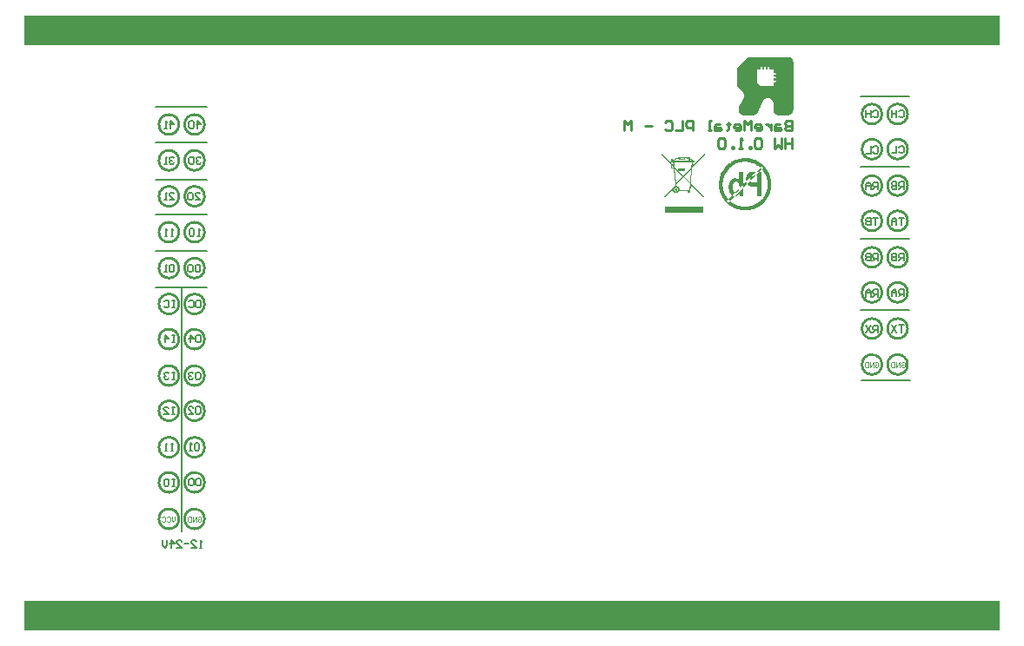
<source format=gbo>
G04*
G04 #@! TF.GenerationSoftware,Altium Limited,Altium Designer,23.1.1 (15)*
G04*
G04 Layer_Color=32896*
%FSLAX25Y25*%
%MOIN*%
G70*
G04*
G04 #@! TF.SameCoordinates,5E512CB6-7A9D-4867-B672-3E4038189C0E*
G04*
G04*
G04 #@! TF.FilePolarity,Positive*
G04*
G01*
G75*
%ADD14C,0.01000*%
%ADD15C,0.00100*%
%ADD21C,0.00709*%
%ADD22R,3.74016X0.11811*%
%ADD125C,0.00472*%
G36*
X276747Y-54788D02*
X277121Y-54803D01*
X277839Y-54893D01*
X278184Y-54953D01*
X278498Y-55028D01*
X278813Y-55103D01*
X279082Y-55163D01*
X279337Y-55237D01*
X279576Y-55312D01*
X279771Y-55387D01*
X279950Y-55447D01*
X280085Y-55492D01*
X280175Y-55537D01*
X280250Y-55552D01*
X280265Y-55567D01*
X280923Y-55881D01*
X281238Y-56061D01*
X281537Y-56240D01*
X281821Y-56420D01*
X282091Y-56600D01*
X282330Y-56779D01*
X282555Y-56944D01*
X282765Y-57109D01*
X282944Y-57258D01*
X283109Y-57393D01*
X283244Y-57513D01*
X283348Y-57603D01*
X283423Y-57678D01*
X283468Y-57722D01*
X283483Y-57737D01*
X283977Y-58261D01*
X284187Y-58531D01*
X284396Y-58815D01*
X284591Y-59085D01*
X284771Y-59339D01*
X284935Y-59594D01*
X285070Y-59848D01*
X285205Y-60073D01*
X285325Y-60282D01*
X285414Y-60462D01*
X285489Y-60612D01*
X285564Y-60746D01*
X285609Y-60851D01*
X285624Y-60911D01*
X285639Y-60926D01*
X285774Y-61270D01*
X285893Y-61615D01*
X285998Y-61959D01*
X286088Y-62303D01*
X286223Y-62947D01*
X286283Y-63261D01*
X286313Y-63546D01*
X286357Y-63815D01*
X286372Y-64070D01*
X286387Y-64279D01*
X286402Y-64459D01*
X286417Y-64609D01*
Y-64728D01*
Y-64788D01*
Y-64818D01*
X286402Y-65192D01*
X286387Y-65567D01*
X286298Y-66285D01*
X286238Y-66629D01*
X286178Y-66944D01*
X286103Y-67258D01*
X286028Y-67528D01*
X285953Y-67782D01*
X285878Y-68022D01*
X285819Y-68216D01*
X285759Y-68396D01*
X285714Y-68531D01*
X285669Y-68621D01*
X285654Y-68695D01*
X285639Y-68710D01*
X285325Y-69369D01*
X285145Y-69683D01*
X284980Y-69983D01*
X284801Y-70267D01*
X284621Y-70537D01*
X284441Y-70776D01*
X284262Y-71001D01*
X284112Y-71210D01*
X283962Y-71390D01*
X283827Y-71555D01*
X283708Y-71689D01*
X283618Y-71794D01*
X283543Y-71869D01*
X283498Y-71914D01*
X283483Y-71929D01*
X282944Y-72423D01*
X282675Y-72632D01*
X282390Y-72842D01*
X282121Y-73037D01*
X281852Y-73216D01*
X281597Y-73381D01*
X281358Y-73516D01*
X281133Y-73650D01*
X280923Y-73770D01*
X280744Y-73860D01*
X280579Y-73935D01*
X280459Y-74010D01*
X280354Y-74055D01*
X280295Y-74070D01*
X280280Y-74085D01*
X279935Y-74219D01*
X279591Y-74339D01*
X279247Y-74444D01*
X278902Y-74519D01*
X278244Y-74668D01*
X277929Y-74713D01*
X277645Y-74758D01*
X277375Y-74788D01*
X277121Y-74803D01*
X276911Y-74818D01*
X276732Y-74833D01*
X276582Y-74848D01*
X276372D01*
X275983Y-74833D01*
X275609Y-74818D01*
X274905Y-74728D01*
X274561Y-74668D01*
X274232Y-74608D01*
X273932Y-74534D01*
X273663Y-74459D01*
X273393Y-74399D01*
X273169Y-74324D01*
X272974Y-74264D01*
X272795Y-74204D01*
X272660Y-74159D01*
X272570Y-74115D01*
X272495Y-74100D01*
X272480Y-74085D01*
X271807Y-73770D01*
X271492Y-73591D01*
X271193Y-73426D01*
X270908Y-73246D01*
X270654Y-73067D01*
X270399Y-72887D01*
X270175Y-72707D01*
X269980Y-72558D01*
X269801Y-72408D01*
X269651Y-72273D01*
X269516Y-72154D01*
X269411Y-72064D01*
X269337Y-71989D01*
X269292Y-71944D01*
X269277Y-71929D01*
X268798Y-71390D01*
X268363Y-70836D01*
X268169Y-70567D01*
X267989Y-70297D01*
X267840Y-70043D01*
X267690Y-69803D01*
X267555Y-69579D01*
X267450Y-69369D01*
X267345Y-69189D01*
X267271Y-69025D01*
X267196Y-68905D01*
X267151Y-68800D01*
X267136Y-68740D01*
X267121Y-68725D01*
X266986Y-68381D01*
X266851Y-68037D01*
X266747Y-67692D01*
X266657Y-67348D01*
X266522Y-66689D01*
X266462Y-66375D01*
X266432Y-66091D01*
X266388Y-65821D01*
X266372Y-65567D01*
X266357Y-65357D01*
X266342Y-65177D01*
X266328Y-65028D01*
Y-64908D01*
Y-64848D01*
Y-64818D01*
X266342Y-64429D01*
X266357Y-64055D01*
X266402Y-63680D01*
X266447Y-63336D01*
X266507Y-62992D01*
X266582Y-62677D01*
X266657Y-62363D01*
X266717Y-62094D01*
X266792Y-61839D01*
X266866Y-61615D01*
X266941Y-61405D01*
X267001Y-61240D01*
X267046Y-61106D01*
X267091Y-61001D01*
X267106Y-60941D01*
X267121Y-60926D01*
X267435Y-60267D01*
X267615Y-59953D01*
X267795Y-59654D01*
X267974Y-59384D01*
X268154Y-59115D01*
X268334Y-58875D01*
X268498Y-58650D01*
X268663Y-58441D01*
X268798Y-58261D01*
X268932Y-58112D01*
X269052Y-57977D01*
X269142Y-57872D01*
X269217Y-57797D01*
X269262Y-57752D01*
X269277Y-57737D01*
X269801Y-57243D01*
X270339Y-56809D01*
X270609Y-56630D01*
X270879Y-56450D01*
X271133Y-56285D01*
X271373Y-56136D01*
X271597Y-56001D01*
X271807Y-55896D01*
X272001Y-55791D01*
X272151Y-55716D01*
X272286Y-55642D01*
X272390Y-55597D01*
X272450Y-55582D01*
X272465Y-55567D01*
X272810Y-55432D01*
X273154Y-55297D01*
X273498Y-55192D01*
X273843Y-55103D01*
X274501Y-54968D01*
X274816Y-54908D01*
X275100Y-54878D01*
X275370Y-54833D01*
X275624Y-54818D01*
X275834Y-54803D01*
X276013Y-54788D01*
X276163Y-54773D01*
X276372D01*
X276747Y-54788D01*
D02*
G37*
G36*
X260827Y-53395D02*
X256118Y-58489D01*
X255643Y-64493D01*
X260673Y-69625D01*
X260390Y-69882D01*
X255605Y-64981D01*
X255502Y-66110D01*
X255489Y-66277D01*
X255477Y-66431D01*
X255464Y-66572D01*
Y-66687D01*
X255451Y-66790D01*
Y-66867D01*
Y-66918D01*
Y-66931D01*
Y-67059D01*
X255438Y-67149D01*
Y-67226D01*
X255425Y-67277D01*
Y-67316D01*
X255413Y-67342D01*
Y-67354D01*
X255400Y-67444D01*
X255374Y-67508D01*
X255348Y-67547D01*
X255335Y-67560D01*
X255284Y-67585D01*
X255246Y-67598D01*
X255220Y-67611D01*
Y-68240D01*
X254399D01*
Y-67611D01*
X251025D01*
X250948Y-67726D01*
X250871Y-67829D01*
X250781Y-67919D01*
X250678Y-67983D01*
X250486Y-68111D01*
X250293Y-68188D01*
X250114Y-68227D01*
X249973Y-68252D01*
X249921Y-68265D01*
X249844D01*
X249639Y-68252D01*
X249459Y-68201D01*
X249305Y-68137D01*
X249164Y-68073D01*
X249049Y-67996D01*
X248959Y-67945D01*
X248908Y-67893D01*
X248895Y-67880D01*
X248754Y-67726D01*
X248651Y-67560D01*
X248587Y-67406D01*
X248536Y-67252D01*
X248510Y-67111D01*
X248484Y-67008D01*
Y-66931D01*
Y-66905D01*
Y-66738D01*
X245533Y-69946D01*
X245200Y-69677D01*
X249549Y-64981D01*
X248959Y-58784D01*
X247830D01*
Y-57116D01*
X247881D01*
X244263Y-53434D01*
Y-52856D01*
X248471Y-57116D01*
X248818D01*
X248754Y-56321D01*
X248651Y-56385D01*
X248549Y-56410D01*
X248471Y-56423D01*
X248446D01*
X248343Y-56410D01*
X248253Y-56398D01*
X248176Y-56359D01*
X248112Y-56321D01*
X248061Y-56295D01*
X248010Y-56256D01*
X247997Y-56244D01*
X247984Y-56231D01*
X247920Y-56154D01*
X247868Y-56077D01*
X247843Y-56000D01*
X247817Y-55936D01*
X247804Y-55871D01*
X247792Y-55820D01*
Y-55795D01*
Y-55782D01*
X247804Y-55692D01*
X247817Y-55602D01*
X247894Y-55461D01*
X247933Y-55410D01*
X247958Y-55371D01*
X247984Y-55358D01*
X247997Y-55345D01*
X248074Y-55281D01*
X248151Y-55230D01*
X248228Y-55204D01*
X248292Y-55179D01*
X248356Y-55166D01*
X248407Y-55153D01*
X248446D01*
X248561Y-55166D01*
X248664Y-55204D01*
X248754Y-55256D01*
X248818Y-55307D01*
X248882Y-55358D01*
X248920Y-55397D01*
X248946Y-55423D01*
X248959Y-55435D01*
X249049Y-55333D01*
X249151Y-55243D01*
X249382Y-55076D01*
X249485Y-55012D01*
X249575Y-54961D01*
X249626Y-54922D01*
X249652Y-54909D01*
X249844Y-54820D01*
X250075Y-54730D01*
X250319Y-54665D01*
X250563Y-54614D01*
X250781Y-54563D01*
X250871Y-54550D01*
X250948Y-54537D01*
X251025Y-54524D01*
X251076Y-54511D01*
X251115D01*
Y-54306D01*
X253398D01*
Y-54447D01*
X253642Y-54473D01*
X253757Y-54486D01*
X253860Y-54499D01*
X253950Y-54511D01*
X254014D01*
X254052Y-54524D01*
X254065D01*
X254283Y-54550D01*
X254386Y-54576D01*
X254463Y-54589D01*
X254540Y-54601D01*
X254591D01*
X254630Y-54614D01*
X254643D01*
Y-54537D01*
X255477D01*
Y-54871D01*
X255682Y-54986D01*
X255862Y-55102D01*
X255990Y-55204D01*
X256093Y-55294D01*
X256170Y-55371D01*
X256221Y-55435D01*
X256246Y-55474D01*
X256259Y-55487D01*
X256311Y-55589D01*
X256362Y-55666D01*
X256388Y-55730D01*
X256413Y-55769D01*
X256426Y-55795D01*
X256439Y-55820D01*
Y-55833D01*
X256939D01*
Y-56346D01*
X256298D01*
X256170Y-57783D01*
X260827Y-52728D01*
Y-53395D01*
D02*
G37*
G36*
X260249Y-75719D02*
X245739D01*
Y-73564D01*
X260249D01*
Y-75719D01*
D02*
G37*
%LPC*%
G36*
X282780Y-57812D02*
X282170Y-58422D01*
X282495Y-58725D01*
X282510Y-58740D01*
X282540Y-58785D01*
X282600Y-58845D01*
X282690Y-58935D01*
X282759Y-59016D01*
X283363Y-58411D01*
X282780Y-57812D01*
D02*
G37*
G36*
X276552Y-56195D02*
X276043D01*
X275714Y-56225D01*
X275100Y-56300D01*
X274801Y-56360D01*
X274516Y-56420D01*
X274262Y-56480D01*
X274022Y-56540D01*
X273798Y-56600D01*
X273603Y-56660D01*
X273423Y-56719D01*
X273274Y-56779D01*
X273169Y-56824D01*
X273079Y-56854D01*
X273019Y-56869D01*
X273004Y-56884D01*
X272435Y-57153D01*
X271911Y-57453D01*
X271672Y-57603D01*
X271432Y-57767D01*
X271238Y-57917D01*
X271043Y-58052D01*
X270864Y-58187D01*
X270714Y-58321D01*
X270579Y-58441D01*
X270474Y-58531D01*
X270385Y-58606D01*
X270310Y-58680D01*
X270280Y-58710D01*
X270265Y-58725D01*
X269861Y-59175D01*
X269486Y-59639D01*
X269187Y-60103D01*
X268917Y-60537D01*
X268813Y-60731D01*
X268708Y-60911D01*
X268633Y-61061D01*
X268558Y-61195D01*
X268513Y-61315D01*
X268468Y-61390D01*
X268438Y-61450D01*
Y-61465D01*
X268319Y-61764D01*
X268214Y-62064D01*
X268034Y-62647D01*
X267914Y-63216D01*
X267869Y-63486D01*
X267840Y-63725D01*
X267810Y-63965D01*
X267780Y-64174D01*
X267765Y-64354D01*
Y-64519D01*
X267750Y-64639D01*
Y-64743D01*
Y-64803D01*
Y-64818D01*
Y-65148D01*
X267780Y-65477D01*
X267854Y-66091D01*
X267914Y-66390D01*
X267974Y-66659D01*
X268034Y-66929D01*
X268094Y-67168D01*
X268154Y-67393D01*
X268214Y-67588D01*
X268274Y-67767D01*
X268334Y-67917D01*
X268378Y-68022D01*
X268408Y-68112D01*
X268423Y-68171D01*
X268438Y-68186D01*
X268708Y-68755D01*
X269007Y-69279D01*
X269157Y-69534D01*
X269307Y-69758D01*
X269456Y-69968D01*
X269606Y-70162D01*
X269741Y-70327D01*
X269861Y-70492D01*
X269973Y-70619D01*
X269367Y-71225D01*
X269965Y-71824D01*
X270572Y-71217D01*
X270714Y-71345D01*
X271178Y-71719D01*
X271642Y-72019D01*
X272061Y-72288D01*
X272256Y-72393D01*
X272435Y-72498D01*
X272600Y-72573D01*
X272735Y-72648D01*
X272854Y-72692D01*
X272929Y-72737D01*
X272989Y-72752D01*
X273004Y-72767D01*
X273304Y-72887D01*
X273603Y-72992D01*
X274202Y-73156D01*
X274771Y-73276D01*
X275040Y-73321D01*
X275280Y-73351D01*
X275519Y-73381D01*
X275729Y-73411D01*
X275908Y-73426D01*
X276073D01*
X276193Y-73441D01*
X276372D01*
X276702Y-73426D01*
X277031Y-73411D01*
X277645Y-73336D01*
X277944Y-73291D01*
X278214Y-73231D01*
X278483Y-73171D01*
X278723Y-73097D01*
X278947Y-73037D01*
X279142Y-72977D01*
X279322Y-72917D01*
X279471Y-72872D01*
X279576Y-72827D01*
X279666Y-72797D01*
X279726Y-72767D01*
X279741D01*
X280310Y-72498D01*
X280834Y-72198D01*
X281088Y-72049D01*
X281313Y-71899D01*
X281522Y-71749D01*
X281717Y-71600D01*
X281881Y-71465D01*
X282046Y-71345D01*
X282181Y-71225D01*
X282286Y-71135D01*
X282375Y-71046D01*
X282435Y-70986D01*
X282480Y-70956D01*
X282495Y-70941D01*
X282914Y-70492D01*
X283274Y-70013D01*
X283588Y-69549D01*
X283857Y-69130D01*
X283962Y-68935D01*
X284067Y-68755D01*
X284142Y-68591D01*
X284217Y-68456D01*
X284262Y-68336D01*
X284307Y-68261D01*
X284321Y-68201D01*
X284336Y-68186D01*
X284456Y-67887D01*
X284546Y-67588D01*
X284711Y-66989D01*
X284830Y-66420D01*
X284875Y-66150D01*
X284905Y-65911D01*
X284935Y-65671D01*
X284965Y-65462D01*
X284980Y-65282D01*
Y-65118D01*
X284995Y-64998D01*
Y-64893D01*
Y-64833D01*
Y-64818D01*
X284980Y-64489D01*
X284965Y-64160D01*
X284890Y-63546D01*
X284845Y-63246D01*
X284786Y-62977D01*
X284726Y-62707D01*
X284666Y-62468D01*
X284606Y-62258D01*
X284546Y-62049D01*
X284486Y-61884D01*
X284441Y-61734D01*
X284396Y-61615D01*
X284366Y-61540D01*
X284336Y-61480D01*
Y-61465D01*
X284067Y-60896D01*
X283768Y-60372D01*
X283618Y-60133D01*
X283453Y-59908D01*
X283304Y-59698D01*
X283169Y-59504D01*
X283019Y-59324D01*
X282899Y-59175D01*
X282780Y-59040D01*
X282759Y-59016D01*
X281749Y-60028D01*
X280564D01*
X278648Y-61944D01*
X278723Y-61884D01*
X278813Y-61824D01*
X278932Y-61764D01*
X279067Y-61704D01*
X279217Y-61674D01*
X279247Y-61659D01*
X279322Y-61645D01*
X279456Y-61629D01*
X279636Y-61615D01*
X280163D01*
X281749Y-60028D01*
X282705D01*
Y-69309D01*
X281118D01*
Y-65776D01*
X279681D01*
X279501Y-65761D01*
X279322D01*
X279172Y-65746D01*
X279037D01*
X278917Y-65731D01*
X278813Y-65716D01*
X278633Y-65701D01*
X278513Y-65686D01*
X278438Y-65671D01*
X278423D01*
X278244Y-65612D01*
X278094Y-65537D01*
X277944Y-65462D01*
X277839Y-65387D01*
X277735Y-65327D01*
X277675Y-65267D01*
X277630Y-65237D01*
X277615Y-65222D01*
X277465Y-65088D01*
X277330Y-64938D01*
X277226Y-64788D01*
X277130Y-64651D01*
X278387Y-63393D01*
X278393Y-63411D01*
X278423Y-63501D01*
X278453Y-63561D01*
X278468Y-63591D01*
X278483Y-63606D01*
X278573Y-63725D01*
X278663Y-63815D01*
X278753Y-63890D01*
X278828Y-63965D01*
X278902Y-64010D01*
X278962Y-64040D01*
X278992Y-64070D01*
X279007D01*
X279067Y-64100D01*
X279127Y-64115D01*
X279307Y-64160D01*
X279516Y-64189D01*
X279726Y-64204D01*
X279935D01*
X280100Y-64219D01*
X281118D01*
Y-61615D01*
X280163D01*
X278387Y-63393D01*
X278363Y-63321D01*
X278348Y-63201D01*
X278319Y-63052D01*
Y-62902D01*
Y-62887D01*
Y-62827D01*
X278333Y-62737D01*
X278348Y-62633D01*
X278378Y-62498D01*
X278408Y-62363D01*
X278468Y-62198D01*
X278543Y-62049D01*
X276795Y-63797D01*
X276762Y-63621D01*
X276732Y-63381D01*
X276717Y-63186D01*
X276702Y-63022D01*
Y-62962D01*
Y-62917D01*
Y-62887D01*
Y-62872D01*
X276717Y-62483D01*
X276762Y-62138D01*
X276836Y-61824D01*
X276911Y-61570D01*
X277001Y-61360D01*
X277031Y-61270D01*
X277061Y-61195D01*
X277091Y-61136D01*
X277121Y-61091D01*
X277136Y-61076D01*
Y-61061D01*
X277301Y-60821D01*
X277480Y-60641D01*
X277675Y-60477D01*
X277854Y-60357D01*
X278019Y-60267D01*
X278139Y-60207D01*
X278229Y-60177D01*
X278244Y-60163D01*
X278259D01*
X278348Y-60133D01*
X278453Y-60118D01*
X278588Y-60103D01*
X278738Y-60088D01*
X279037Y-60058D01*
X279366Y-60043D01*
X279666Y-60028D01*
X280564D01*
X282170Y-58422D01*
X282046Y-58306D01*
X281567Y-57947D01*
X281103Y-57633D01*
X280684Y-57363D01*
X280489Y-57258D01*
X280310Y-57153D01*
X280145Y-57079D01*
X280010Y-57004D01*
X279890Y-56959D01*
X279816Y-56914D01*
X279756Y-56884D01*
X279741D01*
X279441Y-56764D01*
X279142Y-56660D01*
X278543Y-56480D01*
X277974Y-56360D01*
X277705Y-56315D01*
X277465Y-56285D01*
X277226Y-56255D01*
X277016Y-56225D01*
X276836Y-56210D01*
X276672D01*
X276552Y-56195D01*
D02*
G37*
%LPD*%
G36*
X275639Y-64953D02*
X276795Y-63797D01*
X276807Y-63860D01*
X276867Y-64100D01*
X276956Y-64324D01*
X276971Y-64354D01*
X277001Y-64414D01*
X277061Y-64519D01*
X277121Y-64639D01*
X277130Y-64651D01*
X275639Y-66144D01*
Y-69309D01*
X274247D01*
Y-68321D01*
X274097Y-68516D01*
X273947Y-68695D01*
X273813Y-68845D01*
X273693Y-68965D01*
X273588Y-69055D01*
X273498Y-69115D01*
X273438Y-69160D01*
X273423Y-69174D01*
X273244Y-69279D01*
X273064Y-69354D01*
X272899Y-69399D01*
X272750Y-69429D01*
X272615Y-69459D01*
X272525Y-69474D01*
X272313D01*
X270572Y-71217D01*
X270265Y-70941D01*
X270250Y-70926D01*
X270220Y-70881D01*
X270160Y-70821D01*
X270070Y-70731D01*
X269980Y-70626D01*
X269973Y-70619D01*
X271445Y-69147D01*
X271507Y-69189D01*
X271792Y-69339D01*
X271941Y-69399D01*
X272091Y-69444D01*
X272271Y-69474D01*
X272313D01*
X275639Y-66144D01*
Y-64953D01*
X274130Y-66462D01*
X274112Y-66615D01*
X274067Y-66884D01*
X273992Y-67138D01*
X273887Y-67363D01*
Y-67378D01*
X273872Y-67393D01*
X273813Y-67483D01*
X273738Y-67588D01*
X273618Y-67722D01*
X273468Y-67857D01*
X273274Y-67962D01*
X273064Y-68037D01*
X272944Y-68052D01*
X272795D01*
X272735Y-68037D01*
X272645Y-68022D01*
X272587Y-68005D01*
X274130Y-66462D01*
X274142Y-66360D01*
X274172Y-66136D01*
Y-66031D01*
X274187Y-65941D01*
Y-65881D01*
Y-65821D01*
Y-65791D01*
Y-65776D01*
X274172Y-65432D01*
X274127Y-65132D01*
X274052Y-64878D01*
X273977Y-64669D01*
X273902Y-64504D01*
X273828Y-64384D01*
X273783Y-64324D01*
X273768Y-64294D01*
X273648Y-64144D01*
X273513Y-64025D01*
X273363Y-63950D01*
X273214Y-63890D01*
X273079Y-63860D01*
X272974Y-63830D01*
X272869D01*
X272675Y-63845D01*
X272495Y-63905D01*
X272345Y-63980D01*
X272226Y-64055D01*
X272121Y-64144D01*
X272061Y-64219D01*
X272016Y-64279D01*
X272001Y-64294D01*
X271926Y-64399D01*
X271866Y-64504D01*
X271777Y-64758D01*
X271702Y-65043D01*
X271657Y-65312D01*
X271627Y-65567D01*
Y-65686D01*
X271612Y-65776D01*
Y-65851D01*
Y-65926D01*
Y-65956D01*
Y-65971D01*
X271627Y-66180D01*
X271642Y-66375D01*
X271657Y-66540D01*
X271687Y-66704D01*
X271717Y-66854D01*
X271747Y-66974D01*
X271822Y-67198D01*
X271881Y-67363D01*
X271941Y-67468D01*
X271986Y-67543D01*
X272001Y-67558D01*
X272136Y-67722D01*
X272271Y-67842D01*
X272405Y-67932D01*
X272540Y-67992D01*
X272587Y-68005D01*
X271445Y-69147D01*
X271268Y-69025D01*
X271058Y-68845D01*
X270908Y-68695D01*
X270864Y-68635D01*
X270819Y-68591D01*
X270804Y-68561D01*
X270789Y-68546D01*
X270669Y-68366D01*
X270549Y-68156D01*
X270385Y-67737D01*
X270250Y-67288D01*
X270175Y-66854D01*
X270145Y-66659D01*
X270115Y-66480D01*
X270100Y-66315D01*
Y-66166D01*
X270085Y-66046D01*
Y-65956D01*
Y-65896D01*
Y-65881D01*
Y-65567D01*
X270115Y-65282D01*
X270145Y-65013D01*
X270190Y-64758D01*
X270235Y-64534D01*
X270295Y-64324D01*
X270355Y-64130D01*
X270414Y-63965D01*
X270489Y-63800D01*
X270549Y-63680D01*
X270609Y-63561D01*
X270654Y-63471D01*
X270699Y-63396D01*
X270729Y-63351D01*
X270744Y-63321D01*
X270759Y-63306D01*
X270879Y-63156D01*
X271013Y-63022D01*
X271163Y-62902D01*
X271298Y-62797D01*
X271447Y-62722D01*
X271582Y-62647D01*
X271851Y-62543D01*
X272091Y-62483D01*
X272196Y-62468D01*
X272286Y-62453D01*
X272360Y-62438D01*
X272645D01*
X272810Y-62468D01*
X272974Y-62513D01*
X273124Y-62573D01*
X273408Y-62722D01*
X273648Y-62887D01*
X273857Y-63067D01*
X274007Y-63216D01*
X274052Y-63276D01*
X274097Y-63321D01*
X274112Y-63351D01*
X274127Y-63366D01*
Y-60028D01*
X275639D01*
Y-64953D01*
D02*
G37*
%LPC*%
G36*
X252975Y-54678D02*
X251512D01*
Y-55038D01*
X252975D01*
Y-54678D01*
D02*
G37*
G36*
X253526Y-54922D02*
X253398D01*
Y-55384D01*
X251115D01*
Y-54961D01*
X250896Y-54999D01*
X250704Y-55038D01*
X250537Y-55076D01*
X250396Y-55115D01*
X250293Y-55140D01*
X250203Y-55166D01*
X250152Y-55179D01*
X250139Y-55191D01*
X249998Y-55243D01*
X249883Y-55281D01*
X249793Y-55333D01*
X249703Y-55371D01*
X249639Y-55397D01*
X249601Y-55423D01*
X249575Y-55448D01*
X249562D01*
X249485Y-55500D01*
X249434Y-55538D01*
X249344Y-55615D01*
X249305Y-55666D01*
X249293Y-55679D01*
X249241Y-55743D01*
X249216Y-55795D01*
X249190Y-55820D01*
Y-55833D01*
X254643D01*
Y-55076D01*
X254450Y-55025D01*
X254232Y-54986D01*
X254027Y-54961D01*
X253834Y-54948D01*
X253655Y-54935D01*
X253526Y-54922D01*
D02*
G37*
G36*
X255489Y-55384D02*
X255477D01*
Y-55833D01*
X255926D01*
X255913Y-55782D01*
X255874Y-55718D01*
X255849Y-55679D01*
X255836Y-55653D01*
X255797Y-55602D01*
X255746Y-55551D01*
X255618Y-55474D01*
X255567Y-55435D01*
X255515Y-55410D01*
X255489Y-55384D01*
D02*
G37*
G36*
X248253Y-57501D02*
Y-58412D01*
X248908D01*
Y-58181D01*
X248253Y-57501D01*
D02*
G37*
G36*
X255862Y-56346D02*
X249164D01*
X249216Y-57116D01*
X249447D01*
Y-58155D01*
X250601Y-59310D01*
Y-58758D01*
X253437D01*
Y-59708D01*
X250948D01*
X252731Y-61530D01*
X255695Y-58322D01*
X255862Y-56346D01*
D02*
G37*
G36*
X255643Y-59002D02*
X253013Y-61812D01*
X255220Y-64044D01*
X255643Y-59002D01*
D02*
G37*
G36*
X249447Y-58720D02*
Y-58784D01*
X249408D01*
X249896Y-64583D01*
X252474Y-61812D01*
X249447Y-58720D01*
D02*
G37*
G36*
X252757Y-62094D02*
X249947Y-65148D01*
X249985Y-65571D01*
X250178Y-65597D01*
X250358Y-65661D01*
X250512Y-65725D01*
X250640Y-65789D01*
X250742Y-65866D01*
X250819Y-65930D01*
X250871Y-65969D01*
X250884Y-65982D01*
X250999Y-66123D01*
X251089Y-66277D01*
X251140Y-66431D01*
X251191Y-66572D01*
X251217Y-66713D01*
X251230Y-66816D01*
Y-66880D01*
Y-66892D01*
Y-66905D01*
Y-66982D01*
Y-67008D01*
Y-67021D01*
X251217Y-67085D01*
Y-67111D01*
Y-67123D01*
X254963D01*
X255156Y-64583D01*
X252757Y-62094D01*
D02*
G37*
G36*
X249896Y-66161D02*
X249844D01*
X249742Y-66174D01*
X249639Y-66200D01*
X249562Y-66225D01*
X249485Y-66264D01*
X249421Y-66315D01*
X249382Y-66341D01*
X249357Y-66366D01*
X249344Y-66379D01*
X249267Y-66469D01*
X249216Y-66559D01*
X249177Y-66636D01*
X249151Y-66726D01*
X249139Y-66790D01*
X249126Y-66854D01*
Y-66892D01*
Y-66905D01*
X249139Y-67021D01*
X249164Y-67123D01*
X249190Y-67213D01*
X249229Y-67290D01*
X249280Y-67354D01*
X249305Y-67406D01*
X249331Y-67431D01*
X249344Y-67444D01*
X249421Y-67521D01*
X249511Y-67572D01*
X249588Y-67611D01*
X249665Y-67637D01*
X249742Y-67650D01*
X249793Y-67662D01*
X249844D01*
X249960Y-67650D01*
X250062Y-67624D01*
X250152Y-67598D01*
X250229Y-67547D01*
X250293Y-67508D01*
X250345Y-67483D01*
X250370Y-67457D01*
X250383Y-67444D01*
X250460Y-67354D01*
X250512Y-67265D01*
X250550Y-67175D01*
X250576Y-67085D01*
X250588Y-67021D01*
X250601Y-66957D01*
Y-66918D01*
Y-66905D01*
X250588Y-66790D01*
X250563Y-66687D01*
X250524Y-66597D01*
X250486Y-66520D01*
X250447Y-66469D01*
X250409Y-66418D01*
X250383Y-66392D01*
X250370Y-66379D01*
X250280Y-66302D01*
X250191Y-66251D01*
X250101Y-66212D01*
X250011Y-66187D01*
X249947Y-66174D01*
X249896Y-66161D01*
D02*
G37*
%LPD*%
G36*
X249985Y-66482D02*
X250088Y-66520D01*
X250165Y-66572D01*
X250178Y-66585D01*
X250191Y-66597D01*
X250242Y-66649D01*
X250280Y-66700D01*
X250319Y-66803D01*
X250345Y-66880D01*
Y-66892D01*
Y-66905D01*
X250332Y-66970D01*
X250319Y-67046D01*
X250268Y-67149D01*
X250216Y-67226D01*
X250191Y-67239D01*
Y-67252D01*
X250127Y-67303D01*
X250075Y-67342D01*
X249960Y-67380D01*
X249870Y-67406D01*
X249844D01*
X249703Y-67367D01*
X249588Y-67303D01*
X249511Y-67226D01*
X249459Y-67136D01*
X249434Y-67046D01*
X249408Y-66970D01*
Y-66918D01*
Y-66905D01*
X249434Y-66777D01*
X249472Y-66687D01*
X249511Y-66623D01*
X249536Y-66597D01*
X249588Y-66546D01*
X249639Y-66520D01*
X249742Y-66469D01*
X249819Y-66456D01*
X249908D01*
X249985Y-66482D01*
D02*
G37*
D14*
X338671Y-120235D02*
G03*
X338671Y-120235I-3828J0D01*
G01*
Y-134077D02*
G03*
X338671Y-134077I-3828J0D01*
G01*
X328829D02*
G03*
X328829Y-134077I-3828J0D01*
G01*
Y-120235D02*
G03*
X328829Y-120235I-3828J0D01*
G01*
Y-106394D02*
G03*
X328829Y-106394I-3828J0D01*
G01*
X338671D02*
G03*
X338671Y-106394I-3828J0D01*
G01*
X328829Y-92894D02*
G03*
X328829Y-92894I-3828J0D01*
G01*
X338671D02*
G03*
X338671Y-92894I-3828J0D01*
G01*
X328829Y-78894D02*
G03*
X328829Y-78894I-3828J0D01*
G01*
X338671D02*
G03*
X338671Y-78894I-3828J0D01*
G01*
X328829Y-65394D02*
G03*
X328829Y-65394I-3828J0D01*
G01*
X338671D02*
G03*
X338671Y-65394I-3828J0D01*
G01*
X328829Y-51394D02*
G03*
X328829Y-51394I-3828J0D01*
G01*
X338671D02*
G03*
X338671Y-51394I-3828J0D01*
G01*
Y-37894D02*
G03*
X338671Y-37894I-3828J0D01*
G01*
X328829D02*
G03*
X328829Y-37894I-3828J0D01*
G01*
X59242Y-41929D02*
G03*
X59242Y-41929I-3828J0D01*
G01*
X69084D02*
G03*
X69084Y-41929I-3828J0D01*
G01*
X59242Y-55709D02*
G03*
X59242Y-55709I-3828J0D01*
G01*
X69084D02*
G03*
X69084Y-55709I-3828J0D01*
G01*
X59242Y-69488D02*
G03*
X59242Y-69488I-3828J0D01*
G01*
X69084D02*
G03*
X69084Y-69488I-3828J0D01*
G01*
X59242Y-83268D02*
G03*
X59242Y-83268I-3828J0D01*
G01*
X69084D02*
G03*
X69084Y-83268I-3828J0D01*
G01*
X59242Y-97047D02*
G03*
X59242Y-97047I-3828J0D01*
G01*
X69084D02*
G03*
X69084Y-97047I-3828J0D01*
G01*
X59242Y-110827D02*
G03*
X59242Y-110827I-3828J0D01*
G01*
X69084D02*
G03*
X69084Y-110827I-3828J0D01*
G01*
Y-124327D02*
G03*
X69084Y-124327I-3828J0D01*
G01*
X59242D02*
G03*
X59242Y-124327I-3828J0D01*
G01*
X69084Y-138327D02*
G03*
X69084Y-138327I-3828J0D01*
G01*
X59242D02*
G03*
X59242Y-138327I-3828J0D01*
G01*
X69084Y-151827D02*
G03*
X69084Y-151827I-3828J0D01*
G01*
X59242D02*
G03*
X59242Y-151827I-3828J0D01*
G01*
X69084Y-165827D02*
G03*
X69084Y-165827I-3828J0D01*
G01*
X59242D02*
G03*
X59242Y-165827I-3828J0D01*
G01*
X69084Y-179327D02*
G03*
X69084Y-179327I-3828J0D01*
G01*
X59242D02*
G03*
X59242Y-179327I-3828J0D01*
G01*
X69084Y-193327D02*
G03*
X69084Y-193327I-3828J0D01*
G01*
X59242D02*
G03*
X59242Y-193327I-3828J0D01*
G01*
X294291Y-40356D02*
Y-44291D01*
X292323D01*
X291668Y-43635D01*
Y-42979D01*
X292323Y-42323D01*
X294291D01*
X292323D01*
X291668Y-41668D01*
Y-41012D01*
X292323Y-40356D01*
X294291D01*
X289700Y-41668D02*
X288388D01*
X287732Y-42323D01*
Y-44291D01*
X289700D01*
X290356Y-43635D01*
X289700Y-42979D01*
X287732D01*
X286420Y-41668D02*
Y-44291D01*
Y-42979D01*
X285764Y-42323D01*
X285108Y-41668D01*
X284452D01*
X280516Y-44291D02*
X281828D01*
X282484Y-43635D01*
Y-42323D01*
X281828Y-41668D01*
X280516D01*
X279860Y-42323D01*
Y-42979D01*
X282484D01*
X278548Y-44291D02*
Y-40356D01*
X277237Y-41668D01*
X275925Y-40356D01*
Y-44291D01*
X272645D02*
X273957D01*
X274613Y-43635D01*
Y-42323D01*
X273957Y-41668D01*
X272645D01*
X271989Y-42323D01*
Y-42979D01*
X274613D01*
X270021Y-41012D02*
Y-41668D01*
X270677D01*
X269365D01*
X270021D01*
Y-43635D01*
X269365Y-44291D01*
X266741Y-41668D02*
X265429D01*
X264773Y-42323D01*
Y-44291D01*
X266741D01*
X267397Y-43635D01*
X266741Y-42979D01*
X264773D01*
X263461Y-44291D02*
X262150D01*
X262805D01*
Y-40356D01*
X263461D01*
X256246Y-44291D02*
Y-40356D01*
X254278D01*
X253622Y-41012D01*
Y-42323D01*
X254278Y-42979D01*
X256246D01*
X252310Y-40356D02*
Y-44291D01*
X249686D01*
X245751Y-41012D02*
X246407Y-40356D01*
X247718D01*
X248374Y-41012D01*
Y-43635D01*
X247718Y-44291D01*
X246407D01*
X245751Y-43635D01*
X240503Y-42323D02*
X237879D01*
X232631Y-44291D02*
Y-40356D01*
X231319Y-41668D01*
X230008Y-40356D01*
Y-44291D01*
X294291Y-47245D02*
Y-51181D01*
Y-49213D01*
X291668D01*
Y-47245D01*
Y-51181D01*
X290356Y-47245D02*
Y-51181D01*
X289044Y-49869D01*
X287732Y-51181D01*
Y-47245D01*
X282484Y-47901D02*
X281828Y-47245D01*
X280516D01*
X279860Y-47901D01*
Y-50525D01*
X280516Y-51181D01*
X281828D01*
X282484Y-50525D01*
Y-47901D01*
X278548Y-51181D02*
Y-50525D01*
X277892D01*
Y-51181D01*
X278548D01*
X275269D02*
X273957D01*
X274613D01*
Y-47245D01*
X275269Y-47901D01*
X271989Y-51181D02*
Y-50525D01*
X271333D01*
Y-51181D01*
X271989D01*
X268709Y-47901D02*
X268053Y-47245D01*
X266741D01*
X266085Y-47901D01*
Y-50525D01*
X266741Y-51181D01*
X268053D01*
X268709Y-50525D01*
Y-47901D01*
D15*
X275051Y-33165D02*
X282651D01*
X274951Y-33265D02*
X282651D01*
X274951Y-33365D02*
X282551D01*
X274851Y-33465D02*
X282551D01*
X274851Y-33565D02*
X282451D01*
X274751Y-33665D02*
X282451D01*
X274651Y-33765D02*
X282351D01*
X274651Y-33865D02*
X282351D01*
X274551Y-33965D02*
X282251D01*
X274551Y-34065D02*
X282251D01*
X274451Y-34165D02*
X282151D01*
X274451Y-34265D02*
X282151D01*
X274351Y-34365D02*
X282051D01*
X274351Y-34465D02*
X282051D01*
X274251Y-34565D02*
X281951D01*
X274251Y-34665D02*
X281951D01*
X273351Y-27065D02*
X294551D01*
X282951Y-19965D02*
X283351D01*
X282851Y-19665D02*
X283451D01*
X282951Y-19765D02*
X283351D01*
X282951Y-19865D02*
X283351D01*
X282951Y-20365D02*
X283351D01*
X282951Y-20265D02*
X283351D01*
X282951Y-20165D02*
X283351D01*
X282951Y-20065D02*
X283351D01*
X282651Y-19465D02*
X283551D01*
X282751Y-19565D02*
X283451D01*
X275951Y-31465D02*
X284351D01*
X274051Y-19465D02*
X282151D01*
X273951Y-19565D02*
X282051D01*
X273851Y-19665D02*
X282051D01*
X273751Y-19765D02*
X281951D01*
X273651Y-19865D02*
X281951D01*
X273651Y-19965D02*
X281951D01*
X273551Y-20065D02*
X281951D01*
X273451Y-20265D02*
X281951D01*
X273451Y-20165D02*
X281951D01*
X273351Y-20365D02*
X281951D01*
X273351Y-26965D02*
X281851D01*
X273351Y-26865D02*
X281551D01*
X273251Y-26765D02*
X281351D01*
X273251Y-26665D02*
X281251D01*
X273251Y-26565D02*
X281151D01*
X273251Y-26465D02*
X281051D01*
X273251Y-26365D02*
X280951D01*
X273151Y-26265D02*
X280851D01*
X273151Y-26165D02*
X280851D01*
X273151Y-25965D02*
X280751D01*
X273351Y-20465D02*
X280551D01*
X273251Y-20765D02*
X280551D01*
X273251Y-20665D02*
X280551D01*
X273251Y-20565D02*
X280551D01*
X273251Y-20865D02*
X280551D01*
X273251Y-20965D02*
X280551D01*
X273151Y-22765D02*
X280551D01*
X273151Y-22065D02*
X280551D01*
X273151Y-21765D02*
X280551D01*
X273151Y-21865D02*
X280551D01*
X273151Y-21965D02*
X280551D01*
X273151Y-21665D02*
X280551D01*
X273151Y-22365D02*
X280551D01*
X273151Y-21565D02*
X280551D01*
X273151Y-21365D02*
X280551D01*
X273151Y-21265D02*
X280551D01*
X273151Y-22165D02*
X280551D01*
X273151Y-21465D02*
X280551D01*
X273151Y-22265D02*
X280551D01*
X273151Y-21165D02*
X280551D01*
X273151Y-21065D02*
X280551D01*
X273151Y-22465D02*
X280551D01*
X273151Y-22565D02*
X280551D01*
X273151Y-22665D02*
X280551D01*
X273151Y-22865D02*
X280551D01*
X273151Y-22965D02*
X280551D01*
X273151Y-26065D02*
X280751D01*
X273151Y-25565D02*
X280651D01*
X273151Y-25765D02*
X280651D01*
X273151Y-25865D02*
X280651D01*
X273151Y-25665D02*
X280651D01*
X273151Y-23065D02*
X280551D01*
X273151Y-23165D02*
X280551D01*
X273151Y-23265D02*
X280551D01*
X273151Y-23365D02*
X280551D01*
X273151Y-23465D02*
X280551D01*
X273151Y-23565D02*
X280551D01*
X273151Y-23665D02*
X280551D01*
X273151Y-23765D02*
X280551D01*
X273151Y-23865D02*
X280551D01*
X273151Y-23965D02*
X280551D01*
X273151Y-24065D02*
X280551D01*
X273151Y-24165D02*
X280551D01*
X273151Y-24265D02*
X280551D01*
X273151Y-24365D02*
X280551D01*
X273151Y-24465D02*
X280551D01*
X273151Y-24565D02*
X280551D01*
X273151Y-24665D02*
X280551D01*
X273151Y-24765D02*
X280551D01*
X273151Y-24865D02*
X280551D01*
X273151Y-24965D02*
X280551D01*
X273151Y-25065D02*
X280551D01*
X273151Y-25165D02*
X280551D01*
X273151Y-25265D02*
X280551D01*
X273151Y-25365D02*
X280551D01*
X273151Y-25465D02*
X280551D01*
X274151Y-34765D02*
X281951D01*
X274051Y-34865D02*
X281851D01*
X274051Y-34965D02*
X281851D01*
X273951Y-35065D02*
X281751D01*
X273951Y-35165D02*
X281751D01*
X273951Y-35265D02*
X281651D01*
X273851Y-35365D02*
X281651D01*
X273851Y-35465D02*
X281551D01*
X273851Y-35565D02*
X281551D01*
X273851Y-35665D02*
X281451D01*
X273851Y-35765D02*
X281451D01*
X273851Y-35865D02*
X281351D01*
X273851Y-35965D02*
X281351D01*
X273851Y-36165D02*
X281251D01*
X273851Y-36065D02*
X281251D01*
X273851Y-36365D02*
X281151D01*
X275351Y-37965D02*
X279551D01*
X273851Y-36265D02*
X281151D01*
X274051Y-36865D02*
X280951D01*
X273851Y-36465D02*
X281051D01*
X273851Y-36565D02*
X281051D01*
X273951Y-36665D02*
X280951D01*
X273951Y-36765D02*
X280951D01*
X274051Y-36965D02*
X280851D01*
X274151Y-37065D02*
X280751D01*
X274151Y-37165D02*
X280751D01*
X274251Y-37265D02*
X280651D01*
X274351Y-37365D02*
X280551D01*
X274451Y-37465D02*
X280451D01*
X274551Y-37565D02*
X280351D01*
X274651Y-37665D02*
X280251D01*
X274851Y-37765D02*
X280051D01*
X275051Y-37865D02*
X279851D01*
X275851Y-31565D02*
X284051D01*
X275851Y-31665D02*
X283851D01*
X275751Y-31765D02*
X283651D01*
X275751Y-31865D02*
X283551D01*
X275651Y-31965D02*
X283351D01*
X275651Y-32065D02*
X283251D01*
X275551Y-32165D02*
X283251D01*
X275551Y-32265D02*
X283151D01*
X275451Y-32365D02*
X283051D01*
X275351Y-32465D02*
X283051D01*
X275351Y-32565D02*
X282951D01*
X275251Y-32665D02*
X282951D01*
X275251Y-32765D02*
X282851D01*
X275151Y-32865D02*
X282851D01*
X275151Y-32965D02*
X282751D01*
X275051Y-33065D02*
X282751D01*
X288151Y-22465D02*
X294551D01*
X288151Y-22565D02*
X294551D01*
X288051Y-22665D02*
X294551D01*
X288151Y-23565D02*
X294551D01*
X288151Y-23665D02*
X294551D01*
X288151Y-23765D02*
X294551D01*
X288151Y-23865D02*
X294551D01*
X288151Y-23965D02*
X294551D01*
X288051Y-24065D02*
X294551D01*
X288151Y-24965D02*
X294551D01*
X288151Y-25065D02*
X294551D01*
X288151Y-25165D02*
X294551D01*
X288151Y-25265D02*
X294551D01*
X288151Y-25365D02*
X294551D01*
X287151Y-21465D02*
X294551D01*
X287151Y-21565D02*
X294551D01*
X287151Y-21665D02*
X294551D01*
X287151Y-21765D02*
X294551D01*
X287151Y-21865D02*
X294551D01*
X287951Y-21965D02*
X294551D01*
X287951Y-22765D02*
X294551D01*
X287151Y-22865D02*
X294551D01*
X287151Y-22965D02*
X294551D01*
X287151Y-23065D02*
X294551D01*
X287951Y-23365D02*
X294551D01*
X288051Y-23465D02*
X294551D01*
X287951Y-24165D02*
X294551D01*
X287151Y-24265D02*
X294551D01*
X287151Y-24365D02*
X294551D01*
X287151Y-24465D02*
X294551D01*
X287151Y-24565D02*
X294551D01*
X287151Y-24665D02*
X294551D01*
X287951Y-24765D02*
X294551D01*
X288051Y-24865D02*
X294551D01*
X288051Y-25465D02*
X294551D01*
X287951Y-25565D02*
X294551D01*
X287151Y-25665D02*
X294551D01*
X287151Y-25765D02*
X294551D01*
X287151Y-25865D02*
X294551D01*
X287151Y-25965D02*
X294551D01*
X287151Y-26065D02*
X294551D01*
X287151Y-26165D02*
X294551D01*
X287151Y-26265D02*
X294551D01*
X287151Y-26365D02*
X294551D01*
X287151Y-26465D02*
X294551D01*
X287151Y-26565D02*
X294551D01*
X287151Y-26665D02*
X294551D01*
X287151Y-26765D02*
X294551D01*
X287151Y-26865D02*
X294551D01*
X287151Y-26965D02*
X294551D01*
X287151Y-34065D02*
X294551D01*
X287151Y-21365D02*
X294551D01*
X287151Y-23165D02*
X294551D01*
X287151Y-23265D02*
X294551D01*
X276051Y-30265D02*
X294551D01*
X276051Y-30365D02*
X294551D01*
X276051Y-30465D02*
X294551D01*
X276051Y-30565D02*
X294551D01*
X276051Y-30665D02*
X294551D01*
X276051Y-30765D02*
X294551D01*
X276051Y-30865D02*
X294551D01*
X276051Y-30965D02*
X294551D01*
X276051Y-31065D02*
X294551D01*
X276051Y-31165D02*
X294551D01*
X276051Y-31265D02*
X294551D01*
X285451Y-31465D02*
X294551D01*
X285851Y-31565D02*
X294551D01*
X286051Y-31665D02*
X294551D01*
X286251Y-31765D02*
X294551D01*
X286351Y-31865D02*
X294551D01*
X286451Y-31965D02*
X294551D01*
X286551Y-32065D02*
X294551D01*
X286651Y-32165D02*
X294551D01*
X286751Y-32265D02*
X294551D01*
X286751Y-32365D02*
X294551D01*
X286851Y-32465D02*
X294551D01*
X286951Y-32565D02*
X294551D01*
X286951Y-32665D02*
X294551D01*
X286951Y-32765D02*
X294551D01*
X287051Y-32865D02*
X294551D01*
X287051Y-32965D02*
X294551D01*
X287051Y-33065D02*
X294551D01*
X287051Y-33165D02*
X294551D01*
X273451Y-27165D02*
X294551D01*
X273551Y-27265D02*
X294551D01*
X273551Y-27365D02*
X294551D01*
X273651Y-27465D02*
X294551D01*
X273751Y-27565D02*
X294551D01*
X273851Y-27665D02*
X294551D01*
X273951Y-27765D02*
X294551D01*
X274051Y-27865D02*
X294551D01*
X274151Y-27965D02*
X294551D01*
X274251Y-28065D02*
X294551D01*
X274351Y-28165D02*
X294551D01*
X274451Y-28265D02*
X294551D01*
X274551Y-28365D02*
X294551D01*
X274651Y-28465D02*
X294551D01*
X274751Y-28565D02*
X294551D01*
X274851Y-28665D02*
X294551D01*
X274951Y-28765D02*
X294551D01*
X275051Y-28865D02*
X294551D01*
X275151Y-28965D02*
X294551D01*
X275251Y-29065D02*
X294551D01*
X275351Y-29165D02*
X294551D01*
X275451Y-29265D02*
X294551D01*
X275551Y-29365D02*
X294551D01*
X275651Y-29465D02*
X294551D01*
X275751Y-29565D02*
X294551D01*
X275751Y-29665D02*
X294551D01*
X275851Y-29765D02*
X294551D01*
X275851Y-29865D02*
X294551D01*
X275951Y-29965D02*
X294551D01*
X275951Y-30065D02*
X294551D01*
X276051Y-30165D02*
X294551D01*
X275951Y-31365D02*
X294551D01*
X287051Y-33265D02*
X294551D01*
X287151Y-33365D02*
X294551D01*
X287151Y-33465D02*
X294551D01*
X287151Y-33565D02*
X294551D01*
X287151Y-33665D02*
X294551D01*
X287151Y-33765D02*
X294551D01*
X287151Y-33865D02*
X294551D01*
X287151Y-33965D02*
X294551D01*
X287151Y-34165D02*
X294551D01*
X287151Y-34265D02*
X294551D01*
X287151Y-34365D02*
X294551D01*
X287151Y-34465D02*
X294551D01*
X287151Y-34565D02*
X294551D01*
X287151Y-34665D02*
X294551D01*
X287151Y-34765D02*
X294551D01*
X287151Y-34865D02*
X294551D01*
X287151Y-34965D02*
X294551D01*
X287151Y-35065D02*
X294551D01*
X287151Y-35165D02*
X294551D01*
X287151Y-35265D02*
X294551D01*
X287151Y-35365D02*
X294551D01*
X287151Y-35465D02*
X294551D01*
X287151Y-35565D02*
X294551D01*
X287151Y-35665D02*
X294551D01*
X287151Y-35765D02*
X294551D01*
X287151Y-35865D02*
X294551D01*
X287151Y-35965D02*
X294551D01*
X287151Y-36065D02*
X294551D01*
X287151Y-36165D02*
X294551D01*
X287451Y-37065D02*
X294251D01*
X287951Y-37665D02*
X293651D01*
X288351Y-37865D02*
X293251D01*
X287151Y-36365D02*
X294451D01*
X287851Y-37565D02*
X293751D01*
X287251Y-36665D02*
X294351D01*
X288151Y-37765D02*
X293451D01*
X287451Y-37165D02*
X294151D01*
X287151Y-36465D02*
X294451D01*
X287551Y-37265D02*
X294051D01*
X287151Y-36565D02*
X294451D01*
X287351Y-36965D02*
X294251D01*
X287651Y-37365D02*
X293951D01*
X287751Y-37465D02*
X293851D01*
X287151Y-36265D02*
X294451D01*
X287251Y-36765D02*
X294351D01*
X288651Y-37965D02*
X292951D01*
X287251Y-36865D02*
X294351D01*
X288051Y-22065D02*
X294551D01*
X288151Y-22165D02*
X294551D01*
X288151Y-22265D02*
X294551D01*
X288151Y-22365D02*
X294551D01*
X284051Y-19465D02*
X284951D01*
X284151Y-19565D02*
X284851D01*
X284251Y-19665D02*
X284751D01*
X284251Y-19765D02*
X284751D01*
X284351Y-19865D02*
X284751D01*
X284351Y-19965D02*
X284751D01*
X284351Y-20065D02*
X284751D01*
X284351Y-20165D02*
X284751D01*
X284351Y-20265D02*
X284751D01*
X284351Y-20365D02*
X284751D01*
X277751Y-16065D02*
X293151D01*
X277551Y-16165D02*
X293351D01*
X277351Y-16265D02*
X293551D01*
X277251Y-16365D02*
X293751D01*
X277051Y-16465D02*
X293851D01*
X276951Y-16565D02*
X293951D01*
X276851Y-16665D02*
X294051D01*
X276751Y-16765D02*
X294151D01*
X276651Y-16865D02*
X294151D01*
X276551Y-16965D02*
X294251D01*
X276451Y-17065D02*
X294251D01*
X278351Y-15965D02*
X292551D01*
X276351Y-17165D02*
X294351D01*
X276251Y-17265D02*
X294351D01*
X276151Y-17365D02*
X294451D01*
X276051Y-17465D02*
X294451D01*
X285451Y-19465D02*
X294551D01*
X285551Y-19565D02*
X294551D01*
X285651Y-19665D02*
X294551D01*
X275951Y-17565D02*
X294451D01*
X275851Y-17665D02*
X294451D01*
X275751Y-17765D02*
X294551D01*
X275651Y-17865D02*
X294551D01*
X275551Y-17965D02*
X294551D01*
X275451Y-18065D02*
X294551D01*
X275351Y-18165D02*
X294551D01*
X275251Y-18265D02*
X294551D01*
X275151Y-18365D02*
X294551D01*
X275051Y-18465D02*
X294551D01*
X274951Y-18565D02*
X294551D01*
X274851Y-18665D02*
X294551D01*
X274751Y-18765D02*
X294551D01*
X285651Y-19765D02*
X294551D01*
X274551Y-18965D02*
X294551D01*
X274451Y-19065D02*
X294551D01*
X274351Y-19165D02*
X294551D01*
X274251Y-19265D02*
X294551D01*
X274151Y-19365D02*
X294551D01*
X274651Y-18865D02*
X294551D01*
X285751Y-19965D02*
X294551D01*
X285751Y-19865D02*
X294551D01*
X285751Y-20065D02*
X294551D01*
X285751Y-20165D02*
X294551D01*
X285751Y-20265D02*
X294551D01*
X285751Y-20365D02*
X294551D01*
X287151Y-20465D02*
X294551D01*
X287151Y-20565D02*
X294551D01*
X287151Y-20665D02*
X294551D01*
X287151Y-20765D02*
X294551D01*
X287151Y-20865D02*
X294551D01*
X287151Y-20965D02*
X294551D01*
X287151Y-21065D02*
X294551D01*
X287151Y-21165D02*
X294551D01*
X287151Y-21265D02*
X294551D01*
D21*
X321041Y-140125D02*
X339741D01*
X320768Y-113189D02*
X339469D01*
X320768Y-85630D02*
X339469D01*
X320768Y-58071D02*
X339469D01*
X320768Y-31201D02*
X339469D01*
X60236Y-104331D02*
X70079D01*
X50394D02*
X60236D01*
Y-198031D02*
Y-104331D01*
X50394Y-90551D02*
X60236D01*
X70079D01*
X50394Y-76378D02*
X60236D01*
X70079D01*
X50394Y-62992D02*
X60236D01*
X70079D01*
X50394Y-48819D02*
X60236D01*
X70079D01*
X50394Y-35039D02*
X60236D01*
X70079D01*
X327309Y-121735D02*
Y-118980D01*
X325932D01*
X325473Y-119439D01*
Y-120358D01*
X325932Y-120817D01*
X327309D01*
X326391D02*
X325473Y-121735D01*
X324554Y-118980D02*
X322718Y-121735D01*
Y-118980D02*
X324554Y-121735D01*
X327309Y-107994D02*
Y-105239D01*
X325932D01*
X325473Y-105699D01*
Y-106617D01*
X325932Y-107076D01*
X327309D01*
X326391D02*
X325473Y-107994D01*
X324554D02*
Y-106158D01*
X323636Y-105239D01*
X322718Y-106158D01*
Y-107994D01*
Y-106617D01*
X324554D01*
X327309Y-94254D02*
Y-91499D01*
X325932D01*
X325473Y-91958D01*
Y-92876D01*
X325932Y-93336D01*
X327309D01*
X326391D02*
X325473Y-94254D01*
X324554Y-91499D02*
Y-94254D01*
X323177D01*
X322718Y-93795D01*
Y-93336D01*
X323177Y-92876D01*
X324554D01*
X323177D01*
X322718Y-92417D01*
Y-91958D01*
X323177Y-91499D01*
X324554D01*
X327309Y-77759D02*
X325473D01*
X326391D01*
Y-80514D01*
X324554Y-77759D02*
Y-80514D01*
X323177D01*
X322718Y-80054D01*
Y-79595D01*
X323177Y-79136D01*
X324554D01*
X323177D01*
X322718Y-78677D01*
Y-78218D01*
X323177Y-77759D01*
X324554D01*
X327309Y-66773D02*
Y-64018D01*
X325932D01*
X325473Y-64477D01*
Y-65396D01*
X325932Y-65855D01*
X327309D01*
X326391D02*
X325473Y-66773D01*
X324554D02*
Y-64936D01*
X323636Y-64018D01*
X322718Y-64936D01*
Y-66773D01*
Y-65396D01*
X324554D01*
X325473Y-50737D02*
X325932Y-50278D01*
X326850D01*
X327309Y-50737D01*
Y-52573D01*
X326850Y-53033D01*
X325932D01*
X325473Y-52573D01*
X324554Y-50278D02*
Y-53033D01*
X322718D01*
X325473Y-36996D02*
X325932Y-36537D01*
X326850D01*
X327309Y-36996D01*
Y-38833D01*
X326850Y-39292D01*
X325932D01*
X325473Y-38833D01*
X324554Y-36537D02*
Y-39292D01*
Y-37915D01*
X322718D01*
Y-36537D01*
Y-39292D01*
X337210Y-118880D02*
X335373D01*
X336291D01*
Y-121635D01*
X334454Y-118880D02*
X332618Y-121635D01*
Y-118880D02*
X334454Y-121635D01*
X337210Y-107895D02*
Y-105140D01*
X335832D01*
X335373Y-105599D01*
Y-106517D01*
X335832Y-106976D01*
X337210D01*
X336291D02*
X335373Y-107895D01*
X334454D02*
Y-106058D01*
X333536Y-105140D01*
X332618Y-106058D01*
Y-107895D01*
Y-106517D01*
X334454D01*
X337210Y-94154D02*
Y-91399D01*
X335832D01*
X335373Y-91858D01*
Y-92777D01*
X335832Y-93236D01*
X337210D01*
X336291D02*
X335373Y-94154D01*
X334454Y-91399D02*
Y-94154D01*
X333077D01*
X332618Y-93695D01*
Y-93236D01*
X333077Y-92777D01*
X334454D01*
X333077D01*
X332618Y-92317D01*
Y-91858D01*
X333077Y-91399D01*
X334454D01*
X337210Y-77659D02*
X335373D01*
X336291D01*
Y-80414D01*
X334454D02*
Y-78577D01*
X333536Y-77659D01*
X332618Y-78577D01*
Y-80414D01*
Y-79036D01*
X334454D01*
X337210Y-66673D02*
Y-63918D01*
X335832D01*
X335373Y-64377D01*
Y-65296D01*
X335832Y-65755D01*
X337210D01*
X336291D02*
X335373Y-66673D01*
X334454Y-63918D02*
Y-66673D01*
X333077D01*
X332618Y-66214D01*
Y-65755D01*
X333077Y-65296D01*
X334454D01*
X333077D01*
X332618Y-64836D01*
Y-64377D01*
X333077Y-63918D01*
X334454D01*
X335373Y-50637D02*
X335832Y-50178D01*
X336750D01*
X337210Y-50637D01*
Y-52473D01*
X336750Y-52933D01*
X335832D01*
X335373Y-52473D01*
X334454Y-50178D02*
Y-52933D01*
X332618D01*
X335373Y-36896D02*
X335832Y-36437D01*
X336750D01*
X337210Y-36896D01*
Y-38733D01*
X336750Y-39192D01*
X335832D01*
X335373Y-38733D01*
X334454Y-36437D02*
Y-39192D01*
Y-37815D01*
X332618D01*
Y-36437D01*
Y-39192D01*
X56103Y-43307D02*
Y-40552D01*
X57480Y-41930D01*
X55644D01*
X54725Y-43307D02*
X53807D01*
X54266D01*
Y-40552D01*
X54725Y-41011D01*
X66339Y-43307D02*
Y-40552D01*
X67716Y-41930D01*
X65880D01*
X64961Y-41011D02*
X64502Y-40552D01*
X63584D01*
X63125Y-41011D01*
Y-42848D01*
X63584Y-43307D01*
X64502D01*
X64961Y-42848D01*
Y-41011D01*
X57480Y-54791D02*
X57021Y-54332D01*
X56103D01*
X55644Y-54791D01*
Y-55250D01*
X56103Y-55709D01*
X56562D01*
X56103D01*
X55644Y-56168D01*
Y-56627D01*
X56103Y-57087D01*
X57021D01*
X57480Y-56627D01*
X54725Y-57087D02*
X53807D01*
X54266D01*
Y-54332D01*
X54725Y-54791D01*
X67716D02*
X67257Y-54332D01*
X66339D01*
X65880Y-54791D01*
Y-55250D01*
X66339Y-55709D01*
X66798D01*
X66339D01*
X65880Y-56168D01*
Y-56627D01*
X66339Y-57087D01*
X67257D01*
X67716Y-56627D01*
X64961Y-54791D02*
X64502Y-54332D01*
X63584D01*
X63125Y-54791D01*
Y-56627D01*
X63584Y-57087D01*
X64502D01*
X64961Y-56627D01*
Y-54791D01*
X55644Y-70866D02*
X57480D01*
X55644Y-69029D01*
Y-68570D01*
X56103Y-68111D01*
X57021D01*
X57480Y-68570D01*
X54725Y-70866D02*
X53807D01*
X54266D01*
Y-68111D01*
X54725Y-68570D01*
X65486Y-70866D02*
X67323D01*
X65486Y-69029D01*
Y-68570D01*
X65945Y-68111D01*
X66864D01*
X67323Y-68570D01*
X64568D02*
X64109Y-68111D01*
X63190D01*
X62731Y-68570D01*
Y-70407D01*
X63190Y-70866D01*
X64109D01*
X64568Y-70407D01*
Y-68570D01*
X57087Y-84646D02*
X56168D01*
X56627D01*
Y-81891D01*
X57087Y-82350D01*
X54791Y-84646D02*
X53872D01*
X54332D01*
Y-81891D01*
X54791Y-82350D01*
X67323Y-84646D02*
X66404D01*
X66864D01*
Y-81891D01*
X67323Y-82350D01*
X65027D02*
X64568Y-81891D01*
X63649D01*
X63190Y-82350D01*
Y-84187D01*
X63649Y-84646D01*
X64568D01*
X65027Y-84187D01*
Y-82350D01*
X57480Y-96129D02*
X57021Y-95670D01*
X56103D01*
X55644Y-96129D01*
Y-97966D01*
X56103Y-98425D01*
X57021D01*
X57480Y-97966D01*
Y-96129D01*
X54725Y-98425D02*
X53807D01*
X54266D01*
Y-95670D01*
X54725Y-96129D01*
X67323D02*
X66864Y-95670D01*
X65945D01*
X65486Y-96129D01*
Y-97966D01*
X65945Y-98425D01*
X66864D01*
X67323Y-97966D01*
Y-96129D01*
X64568D02*
X64109Y-95670D01*
X63190D01*
X62731Y-96129D01*
Y-97966D01*
X63190Y-98425D01*
X64109D01*
X64568Y-97966D01*
Y-96129D01*
X66245Y-109370D02*
X67164D01*
X67623Y-109829D01*
Y-111666D01*
X67164Y-112125D01*
X66245D01*
X65786Y-111666D01*
Y-109829D01*
X66245Y-109370D01*
X63031Y-109829D02*
X63490Y-109370D01*
X64409D01*
X64868Y-109829D01*
Y-111666D01*
X64409Y-112125D01*
X63490D01*
X63031Y-111666D01*
X57623Y-109470D02*
X56704D01*
X57164D01*
Y-112225D01*
X57623D01*
X56704D01*
X53490Y-109929D02*
X53949Y-109470D01*
X54868D01*
X55327Y-109929D01*
Y-111766D01*
X54868Y-112225D01*
X53949D01*
X53490Y-111766D01*
X66245Y-122770D02*
X67164D01*
X67623Y-123229D01*
Y-125066D01*
X67164Y-125525D01*
X66245D01*
X65786Y-125066D01*
Y-123229D01*
X66245Y-122770D01*
X63490Y-125525D02*
Y-122770D01*
X64868Y-124148D01*
X63031D01*
X57723Y-122870D02*
X56805D01*
X57264D01*
Y-125625D01*
X57723D01*
X56805D01*
X54049D02*
Y-122870D01*
X55427Y-124248D01*
X53590D01*
X57623Y-136970D02*
X56704D01*
X57164D01*
Y-139725D01*
X57623D01*
X56704D01*
X55327Y-137429D02*
X54868Y-136970D01*
X53949D01*
X53490Y-137429D01*
Y-137889D01*
X53949Y-138348D01*
X54409D01*
X53949D01*
X53490Y-138807D01*
Y-139266D01*
X53949Y-139725D01*
X54868D01*
X55327Y-139266D01*
X66145Y-136970D02*
X67064D01*
X67523Y-137429D01*
Y-139266D01*
X67064Y-139725D01*
X66145D01*
X65686Y-139266D01*
Y-137429D01*
X66145Y-136970D01*
X64768Y-137429D02*
X64309Y-136970D01*
X63390D01*
X62931Y-137429D01*
Y-137889D01*
X63390Y-138348D01*
X63850D01*
X63390D01*
X62931Y-138807D01*
Y-139266D01*
X63390Y-139725D01*
X64309D01*
X64768Y-139266D01*
X66145Y-150270D02*
X67064D01*
X67523Y-150729D01*
Y-152566D01*
X67064Y-153025D01*
X66145D01*
X65686Y-152566D01*
Y-150729D01*
X66145Y-150270D01*
X62931Y-153025D02*
X64768D01*
X62931Y-151189D01*
Y-150729D01*
X63390Y-150270D01*
X64309D01*
X64768Y-150729D01*
X57523Y-150370D02*
X56604D01*
X57064D01*
Y-153125D01*
X57523D01*
X56604D01*
X53390D02*
X55227D01*
X53390Y-151288D01*
Y-150829D01*
X53850Y-150370D01*
X54768D01*
X55227Y-150829D01*
X65623Y-164245D02*
X66541D01*
X67000Y-164704D01*
Y-166541D01*
X66541Y-167000D01*
X65623D01*
X65163Y-166541D01*
Y-164704D01*
X65623Y-164245D01*
X64245Y-167000D02*
X63327D01*
X63786D01*
Y-164245D01*
X64245Y-164704D01*
X57100Y-164445D02*
X56182D01*
X56641D01*
Y-167200D01*
X57100D01*
X56182D01*
X54804D02*
X53886D01*
X54345D01*
Y-164445D01*
X54804Y-164904D01*
X66245Y-177870D02*
X67164D01*
X67623Y-178329D01*
Y-180166D01*
X67164Y-180625D01*
X66245D01*
X65786Y-180166D01*
Y-178329D01*
X66245Y-177870D01*
X64868Y-178329D02*
X64409Y-177870D01*
X63490D01*
X63031Y-178329D01*
Y-180166D01*
X63490Y-180625D01*
X64409D01*
X64868Y-180166D01*
Y-178329D01*
X57623Y-177970D02*
X56704D01*
X57164D01*
Y-180725D01*
X57623D01*
X56704D01*
X55327Y-178429D02*
X54868Y-177970D01*
X53949D01*
X53490Y-178429D01*
Y-180266D01*
X53949Y-180725D01*
X54868D01*
X55327Y-180266D01*
Y-178429D01*
X68110Y-204331D02*
X67192D01*
X67651D01*
Y-201576D01*
X68110Y-202035D01*
X63978Y-204331D02*
X65814D01*
X63978Y-202494D01*
Y-202035D01*
X64437Y-201576D01*
X65355D01*
X65814Y-202035D01*
X63059Y-202953D02*
X61223D01*
X58468Y-204331D02*
X60304D01*
X58468Y-202494D01*
Y-202035D01*
X58927Y-201576D01*
X59845D01*
X60304Y-202035D01*
X56172Y-204331D02*
Y-201576D01*
X57549Y-202953D01*
X55713D01*
X54794Y-201576D02*
Y-203412D01*
X53876Y-204331D01*
X52958Y-203412D01*
Y-201576D01*
D22*
X187008Y-5906D02*
D03*
Y-230315D02*
D03*
D125*
X326149Y-133399D02*
X326477Y-133071D01*
X327133D01*
X327461Y-133399D01*
Y-134711D01*
X327133Y-135039D01*
X326477D01*
X326149Y-134711D01*
Y-134055D01*
X326805D01*
X325493Y-135039D02*
Y-133071D01*
X324181Y-135039D01*
Y-133071D01*
X323525D02*
Y-135039D01*
X322541D01*
X322213Y-134711D01*
Y-133399D01*
X322541Y-133071D01*
X323525D01*
X336188Y-133498D02*
X336516Y-133170D01*
X337172D01*
X337500Y-133498D01*
Y-134810D01*
X337172Y-135138D01*
X336516D01*
X336188Y-134810D01*
Y-134154D01*
X336844D01*
X335532Y-135138D02*
Y-133170D01*
X334220Y-135138D01*
Y-133170D01*
X333564D02*
Y-135138D01*
X332580D01*
X332252Y-134810D01*
Y-133498D01*
X332580Y-133170D01*
X333564D01*
X57800Y-192532D02*
Y-193844D01*
X57144Y-194500D01*
X56488Y-193844D01*
Y-192532D01*
X54520Y-192860D02*
X54848Y-192532D01*
X55504D01*
X55832Y-192860D01*
Y-194172D01*
X55504Y-194500D01*
X54848D01*
X54520Y-194172D01*
X52552Y-192860D02*
X52880Y-192532D01*
X53536D01*
X53864Y-192860D01*
Y-194172D01*
X53536Y-194500D01*
X52880D01*
X52552Y-194172D01*
X66488Y-192760D02*
X66816Y-192432D01*
X67472D01*
X67800Y-192760D01*
Y-194072D01*
X67472Y-194400D01*
X66816D01*
X66488Y-194072D01*
Y-193416D01*
X67144D01*
X65832Y-194400D02*
Y-192432D01*
X64520Y-194400D01*
Y-192432D01*
X63864D02*
Y-194400D01*
X62880D01*
X62552Y-194072D01*
Y-192760D01*
X62880Y-192432D01*
X63864D01*
M02*

</source>
